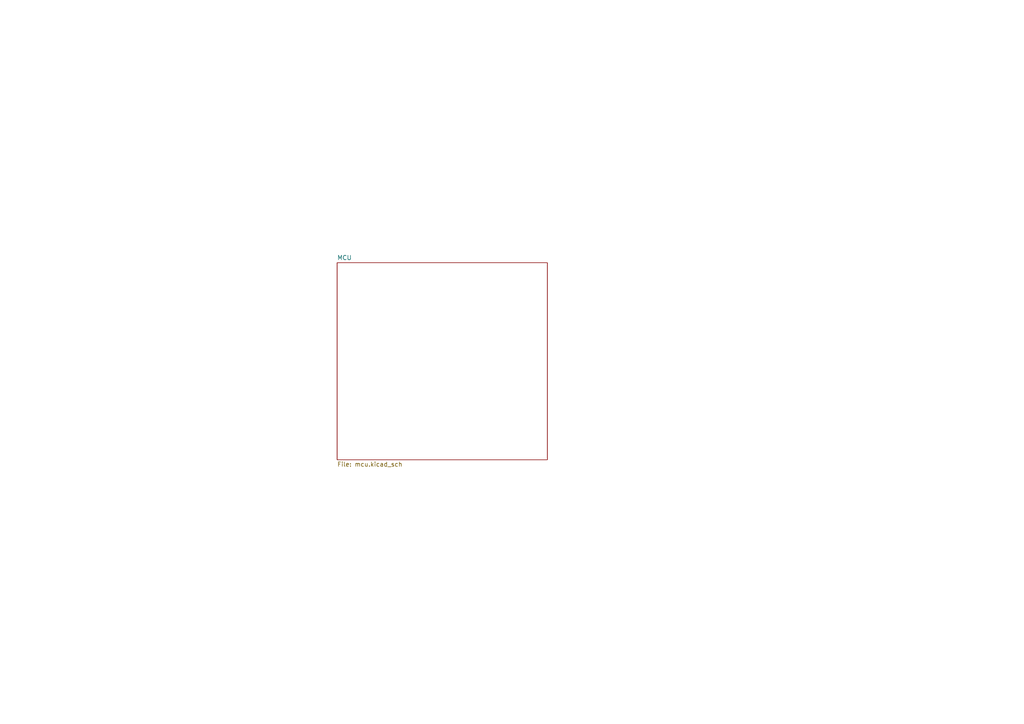
<source format=kicad_sch>
(kicad_sch
	(version 20231120)
	(generator "eeschema")
	(generator_version "8.0")
	(uuid "2839c20d-692b-4008-a2e4-75524635838c")
	(paper "A4")
	(lib_symbols)
	(sheet
		(at 97.79 76.2)
		(size 60.96 57.15)
		(fields_autoplaced yes)
		(stroke
			(width 0.1524)
			(type solid)
		)
		(fill
			(color 0 0 0 0.0000)
		)
		(uuid "e583a992-1935-4344-88bc-f460cb9b2c02")
		(property "Sheetname" "MCU"
			(at 97.79 75.4884 0)
			(effects
				(font
					(size 1.27 1.27)
				)
				(justify left bottom)
			)
		)
		(property "Sheetfile" "mcu.kicad_sch"
			(at 97.79 133.9346 0)
			(effects
				(font
					(size 1.27 1.27)
				)
				(justify left top)
			)
		)
		(instances
			(project "InfineonController"
				(path "/2839c20d-692b-4008-a2e4-75524635838c"
					(page "2")
				)
			)
		)
	)
	(sheet_instances
		(path "/"
			(page "1")
		)
	)
)

</source>
